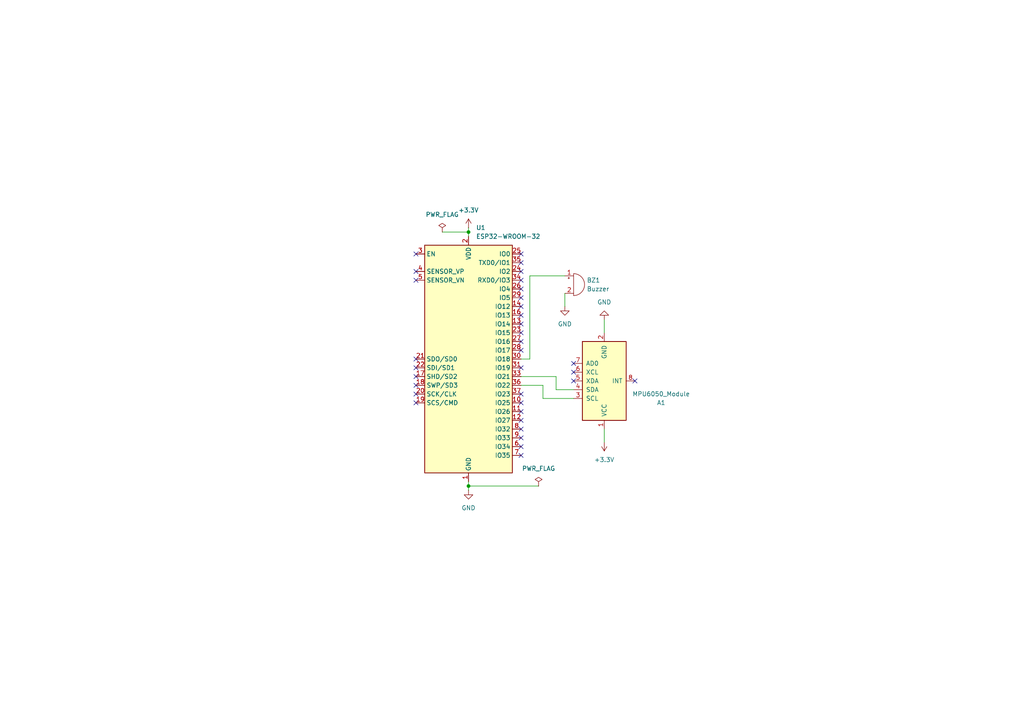
<source format=kicad_sch>
(kicad_sch
	(version 20231120)
	(generator "eeschema")
	(generator_version "8.0")
	(uuid "74573073-f1d8-47eb-abbc-a47a93b8539e")
	(paper "A4")
	(lib_symbols
		(symbol "Charleslabs_Parts:MPU6050_Module"
			(pin_names
				(offset 1.016)
			)
			(exclude_from_sim no)
			(in_bom yes)
			(on_board yes)
			(property "Reference" "A"
				(at -5.08 12.7 0)
				(effects
					(font
						(size 1.27 1.27)
					)
				)
			)
			(property "Value" "MPU6050_Module"
				(at 8.89 12.7 0)
				(effects
					(font
						(size 1.27 1.27)
					)
				)
			)
			(property "Footprint" "Charleslabs_Parts:MPU6050_Module"
				(at 24.13 10.16 0)
				(effects
					(font
						(size 1.27 1.27)
					)
					(hide yes)
				)
			)
			(property "Datasheet" ""
				(at -6.35 11.43 0)
				(effects
					(font
						(size 1.27 1.27)
					)
					(hide yes)
				)
			)
			(property "Description" ""
				(at 0 0 0)
				(effects
					(font
						(size 1.27 1.27)
					)
					(hide yes)
				)
			)
			(symbol "MPU6050_Module_0_1"
				(rectangle
					(start -6.35 11.43)
					(end 6.35 -11.43)
					(stroke
						(width 0.254)
						(type solid)
					)
					(fill
						(type background)
					)
				)
			)
			(symbol "MPU6050_Module_1_1"
				(pin power_in line
					(at 0 13.97 270)
					(length 2.54)
					(name "VCC"
						(effects
							(font
								(size 1.27 1.27)
							)
						)
					)
					(number "1"
						(effects
							(font
								(size 1.27 1.27)
							)
						)
					)
				)
				(pin power_in line
					(at 0 -13.97 90)
					(length 2.54)
					(name "GND"
						(effects
							(font
								(size 1.27 1.27)
							)
						)
					)
					(number "2"
						(effects
							(font
								(size 1.27 1.27)
							)
						)
					)
				)
				(pin input line
					(at -8.89 5.08 0)
					(length 2.54)
					(name "SCL"
						(effects
							(font
								(size 1.27 1.27)
							)
						)
					)
					(number "3"
						(effects
							(font
								(size 1.27 1.27)
							)
						)
					)
				)
				(pin input line
					(at -8.89 2.54 0)
					(length 2.54)
					(name "SDA"
						(effects
							(font
								(size 1.27 1.27)
							)
						)
					)
					(number "4"
						(effects
							(font
								(size 1.27 1.27)
							)
						)
					)
				)
				(pin input line
					(at -8.89 0 0)
					(length 2.54)
					(name "XDA"
						(effects
							(font
								(size 1.27 1.27)
							)
						)
					)
					(number "5"
						(effects
							(font
								(size 1.27 1.27)
							)
						)
					)
				)
				(pin input line
					(at -8.89 -2.54 0)
					(length 2.54)
					(name "XCL"
						(effects
							(font
								(size 1.27 1.27)
							)
						)
					)
					(number "6"
						(effects
							(font
								(size 1.27 1.27)
							)
						)
					)
				)
				(pin input line
					(at -8.89 -5.08 0)
					(length 2.54)
					(name "AD0"
						(effects
							(font
								(size 1.27 1.27)
							)
						)
					)
					(number "7"
						(effects
							(font
								(size 1.27 1.27)
							)
						)
					)
				)
				(pin output line
					(at 8.89 0 180)
					(length 2.54)
					(name "INT"
						(effects
							(font
								(size 1.27 1.27)
							)
						)
					)
					(number "8"
						(effects
							(font
								(size 1.27 1.27)
							)
						)
					)
				)
			)
		)
		(symbol "Device:Buzzer"
			(pin_names
				(offset 0.0254) hide)
			(exclude_from_sim no)
			(in_bom yes)
			(on_board yes)
			(property "Reference" "BZ"
				(at 3.81 1.27 0)
				(effects
					(font
						(size 1.27 1.27)
					)
					(justify left)
				)
			)
			(property "Value" "Buzzer"
				(at 3.81 -1.27 0)
				(effects
					(font
						(size 1.27 1.27)
					)
					(justify left)
				)
			)
			(property "Footprint" ""
				(at -0.635 2.54 90)
				(effects
					(font
						(size 1.27 1.27)
					)
					(hide yes)
				)
			)
			(property "Datasheet" "~"
				(at -0.635 2.54 90)
				(effects
					(font
						(size 1.27 1.27)
					)
					(hide yes)
				)
			)
			(property "Description" "Buzzer, polarized"
				(at 0 0 0)
				(effects
					(font
						(size 1.27 1.27)
					)
					(hide yes)
				)
			)
			(property "ki_keywords" "quartz resonator ceramic"
				(at 0 0 0)
				(effects
					(font
						(size 1.27 1.27)
					)
					(hide yes)
				)
			)
			(property "ki_fp_filters" "*Buzzer*"
				(at 0 0 0)
				(effects
					(font
						(size 1.27 1.27)
					)
					(hide yes)
				)
			)
			(symbol "Buzzer_0_1"
				(arc
					(start 0 -3.175)
					(mid 3.1612 0)
					(end 0 3.175)
					(stroke
						(width 0)
						(type default)
					)
					(fill
						(type none)
					)
				)
				(polyline
					(pts
						(xy -1.651 1.905) (xy -1.143 1.905)
					)
					(stroke
						(width 0)
						(type default)
					)
					(fill
						(type none)
					)
				)
				(polyline
					(pts
						(xy -1.397 2.159) (xy -1.397 1.651)
					)
					(stroke
						(width 0)
						(type default)
					)
					(fill
						(type none)
					)
				)
				(polyline
					(pts
						(xy 0 3.175) (xy 0 -3.175)
					)
					(stroke
						(width 0)
						(type default)
					)
					(fill
						(type none)
					)
				)
			)
			(symbol "Buzzer_1_1"
				(pin passive line
					(at -2.54 2.54 0)
					(length 2.54)
					(name "+"
						(effects
							(font
								(size 1.27 1.27)
							)
						)
					)
					(number "1"
						(effects
							(font
								(size 1.27 1.27)
							)
						)
					)
				)
				(pin passive line
					(at -2.54 -2.54 0)
					(length 2.54)
					(name "-"
						(effects
							(font
								(size 1.27 1.27)
							)
						)
					)
					(number "2"
						(effects
							(font
								(size 1.27 1.27)
							)
						)
					)
				)
			)
		)
		(symbol "RF_Module:ESP32-WROOM-32"
			(exclude_from_sim no)
			(in_bom yes)
			(on_board yes)
			(property "Reference" "U"
				(at -12.7 34.29 0)
				(effects
					(font
						(size 1.27 1.27)
					)
					(justify left)
				)
			)
			(property "Value" "ESP32-WROOM-32"
				(at 1.27 34.29 0)
				(effects
					(font
						(size 1.27 1.27)
					)
					(justify left)
				)
			)
			(property "Footprint" "RF_Module:ESP32-WROOM-32"
				(at 0 -38.1 0)
				(effects
					(font
						(size 1.27 1.27)
					)
					(hide yes)
				)
			)
			(property "Datasheet" "https://www.espressif.com/sites/default/files/documentation/esp32-wroom-32_datasheet_en.pdf"
				(at -7.62 1.27 0)
				(effects
					(font
						(size 1.27 1.27)
					)
					(hide yes)
				)
			)
			(property "Description" "RF Module, ESP32-D0WDQ6 SoC, Wi-Fi 802.11b/g/n, Bluetooth, BLE, 32-bit, 2.7-3.6V, onboard antenna, SMD"
				(at 0 0 0)
				(effects
					(font
						(size 1.27 1.27)
					)
					(hide yes)
				)
			)
			(property "ki_keywords" "RF Radio BT ESP ESP32 Espressif onboard PCB antenna"
				(at 0 0 0)
				(effects
					(font
						(size 1.27 1.27)
					)
					(hide yes)
				)
			)
			(property "ki_fp_filters" "ESP32?WROOM?32*"
				(at 0 0 0)
				(effects
					(font
						(size 1.27 1.27)
					)
					(hide yes)
				)
			)
			(symbol "ESP32-WROOM-32_0_1"
				(rectangle
					(start -12.7 33.02)
					(end 12.7 -33.02)
					(stroke
						(width 0.254)
						(type default)
					)
					(fill
						(type background)
					)
				)
			)
			(symbol "ESP32-WROOM-32_1_1"
				(pin power_in line
					(at 0 -35.56 90)
					(length 2.54)
					(name "GND"
						(effects
							(font
								(size 1.27 1.27)
							)
						)
					)
					(number "1"
						(effects
							(font
								(size 1.27 1.27)
							)
						)
					)
				)
				(pin bidirectional line
					(at 15.24 -12.7 180)
					(length 2.54)
					(name "IO25"
						(effects
							(font
								(size 1.27 1.27)
							)
						)
					)
					(number "10"
						(effects
							(font
								(size 1.27 1.27)
							)
						)
					)
				)
				(pin bidirectional line
					(at 15.24 -15.24 180)
					(length 2.54)
					(name "IO26"
						(effects
							(font
								(size 1.27 1.27)
							)
						)
					)
					(number "11"
						(effects
							(font
								(size 1.27 1.27)
							)
						)
					)
				)
				(pin bidirectional line
					(at 15.24 -17.78 180)
					(length 2.54)
					(name "IO27"
						(effects
							(font
								(size 1.27 1.27)
							)
						)
					)
					(number "12"
						(effects
							(font
								(size 1.27 1.27)
							)
						)
					)
				)
				(pin bidirectional line
					(at 15.24 10.16 180)
					(length 2.54)
					(name "IO14"
						(effects
							(font
								(size 1.27 1.27)
							)
						)
					)
					(number "13"
						(effects
							(font
								(size 1.27 1.27)
							)
						)
					)
				)
				(pin bidirectional line
					(at 15.24 15.24 180)
					(length 2.54)
					(name "IO12"
						(effects
							(font
								(size 1.27 1.27)
							)
						)
					)
					(number "14"
						(effects
							(font
								(size 1.27 1.27)
							)
						)
					)
				)
				(pin passive line
					(at 0 -35.56 90)
					(length 2.54) hide
					(name "GND"
						(effects
							(font
								(size 1.27 1.27)
							)
						)
					)
					(number "15"
						(effects
							(font
								(size 1.27 1.27)
							)
						)
					)
				)
				(pin bidirectional line
					(at 15.24 12.7 180)
					(length 2.54)
					(name "IO13"
						(effects
							(font
								(size 1.27 1.27)
							)
						)
					)
					(number "16"
						(effects
							(font
								(size 1.27 1.27)
							)
						)
					)
				)
				(pin bidirectional line
					(at -15.24 -5.08 0)
					(length 2.54)
					(name "SHD/SD2"
						(effects
							(font
								(size 1.27 1.27)
							)
						)
					)
					(number "17"
						(effects
							(font
								(size 1.27 1.27)
							)
						)
					)
				)
				(pin bidirectional line
					(at -15.24 -7.62 0)
					(length 2.54)
					(name "SWP/SD3"
						(effects
							(font
								(size 1.27 1.27)
							)
						)
					)
					(number "18"
						(effects
							(font
								(size 1.27 1.27)
							)
						)
					)
				)
				(pin bidirectional line
					(at -15.24 -12.7 0)
					(length 2.54)
					(name "SCS/CMD"
						(effects
							(font
								(size 1.27 1.27)
							)
						)
					)
					(number "19"
						(effects
							(font
								(size 1.27 1.27)
							)
						)
					)
				)
				(pin power_in line
					(at 0 35.56 270)
					(length 2.54)
					(name "VDD"
						(effects
							(font
								(size 1.27 1.27)
							)
						)
					)
					(number "2"
						(effects
							(font
								(size 1.27 1.27)
							)
						)
					)
				)
				(pin bidirectional line
					(at -15.24 -10.16 0)
					(length 2.54)
					(name "SCK/CLK"
						(effects
							(font
								(size 1.27 1.27)
							)
						)
					)
					(number "20"
						(effects
							(font
								(size 1.27 1.27)
							)
						)
					)
				)
				(pin bidirectional line
					(at -15.24 0 0)
					(length 2.54)
					(name "SDO/SD0"
						(effects
							(font
								(size 1.27 1.27)
							)
						)
					)
					(number "21"
						(effects
							(font
								(size 1.27 1.27)
							)
						)
					)
				)
				(pin bidirectional line
					(at -15.24 -2.54 0)
					(length 2.54)
					(name "SDI/SD1"
						(effects
							(font
								(size 1.27 1.27)
							)
						)
					)
					(number "22"
						(effects
							(font
								(size 1.27 1.27)
							)
						)
					)
				)
				(pin bidirectional line
					(at 15.24 7.62 180)
					(length 2.54)
					(name "IO15"
						(effects
							(font
								(size 1.27 1.27)
							)
						)
					)
					(number "23"
						(effects
							(font
								(size 1.27 1.27)
							)
						)
					)
				)
				(pin bidirectional line
					(at 15.24 25.4 180)
					(length 2.54)
					(name "IO2"
						(effects
							(font
								(size 1.27 1.27)
							)
						)
					)
					(number "24"
						(effects
							(font
								(size 1.27 1.27)
							)
						)
					)
				)
				(pin bidirectional line
					(at 15.24 30.48 180)
					(length 2.54)
					(name "IO0"
						(effects
							(font
								(size 1.27 1.27)
							)
						)
					)
					(number "25"
						(effects
							(font
								(size 1.27 1.27)
							)
						)
					)
				)
				(pin bidirectional line
					(at 15.24 20.32 180)
					(length 2.54)
					(name "IO4"
						(effects
							(font
								(size 1.27 1.27)
							)
						)
					)
					(number "26"
						(effects
							(font
								(size 1.27 1.27)
							)
						)
					)
				)
				(pin bidirectional line
					(at 15.24 5.08 180)
					(length 2.54)
					(name "IO16"
						(effects
							(font
								(size 1.27 1.27)
							)
						)
					)
					(number "27"
						(effects
							(font
								(size 1.27 1.27)
							)
						)
					)
				)
				(pin bidirectional line
					(at 15.24 2.54 180)
					(length 2.54)
					(name "IO17"
						(effects
							(font
								(size 1.27 1.27)
							)
						)
					)
					(number "28"
						(effects
							(font
								(size 1.27 1.27)
							)
						)
					)
				)
				(pin bidirectional line
					(at 15.24 17.78 180)
					(length 2.54)
					(name "IO5"
						(effects
							(font
								(size 1.27 1.27)
							)
						)
					)
					(number "29"
						(effects
							(font
								(size 1.27 1.27)
							)
						)
					)
				)
				(pin input line
					(at -15.24 30.48 0)
					(length 2.54)
					(name "EN"
						(effects
							(font
								(size 1.27 1.27)
							)
						)
					)
					(number "3"
						(effects
							(font
								(size 1.27 1.27)
							)
						)
					)
				)
				(pin bidirectional line
					(at 15.24 0 180)
					(length 2.54)
					(name "IO18"
						(effects
							(font
								(size 1.27 1.27)
							)
						)
					)
					(number "30"
						(effects
							(font
								(size 1.27 1.27)
							)
						)
					)
				)
				(pin bidirectional line
					(at 15.24 -2.54 180)
					(length 2.54)
					(name "IO19"
						(effects
							(font
								(size 1.27 1.27)
							)
						)
					)
					(number "31"
						(effects
							(font
								(size 1.27 1.27)
							)
						)
					)
				)
				(pin no_connect line
					(at -12.7 -27.94 0)
					(length 2.54) hide
					(name "NC"
						(effects
							(font
								(size 1.27 1.27)
							)
						)
					)
					(number "32"
						(effects
							(font
								(size 1.27 1.27)
							)
						)
					)
				)
				(pin bidirectional line
					(at 15.24 -5.08 180)
					(length 2.54)
					(name "IO21"
						(effects
							(font
								(size 1.27 1.27)
							)
						)
					)
					(number "33"
						(effects
							(font
								(size 1.27 1.27)
							)
						)
					)
				)
				(pin bidirectional line
					(at 15.24 22.86 180)
					(length 2.54)
					(name "RXD0/IO3"
						(effects
							(font
								(size 1.27 1.27)
							)
						)
					)
					(number "34"
						(effects
							(font
								(size 1.27 1.27)
							)
						)
					)
				)
				(pin bidirectional line
					(at 15.24 27.94 180)
					(length 2.54)
					(name "TXD0/IO1"
						(effects
							(font
								(size 1.27 1.27)
							)
						)
					)
					(number "35"
						(effects
							(font
								(size 1.27 1.27)
							)
						)
					)
				)
				(pin bidirectional line
					(at 15.24 -7.62 180)
					(length 2.54)
					(name "IO22"
						(effects
							(font
								(size 1.27 1.27)
							)
						)
					)
					(number "36"
						(effects
							(font
								(size 1.27 1.27)
							)
						)
					)
				)
				(pin bidirectional line
					(at 15.24 -10.16 180)
					(length 2.54)
					(name "IO23"
						(effects
							(font
								(size 1.27 1.27)
							)
						)
					)
					(number "37"
						(effects
							(font
								(size 1.27 1.27)
							)
						)
					)
				)
				(pin passive line
					(at 0 -35.56 90)
					(length 2.54) hide
					(name "GND"
						(effects
							(font
								(size 1.27 1.27)
							)
						)
					)
					(number "38"
						(effects
							(font
								(size 1.27 1.27)
							)
						)
					)
				)
				(pin passive line
					(at 0 -35.56 90)
					(length 2.54) hide
					(name "GND"
						(effects
							(font
								(size 1.27 1.27)
							)
						)
					)
					(number "39"
						(effects
							(font
								(size 1.27 1.27)
							)
						)
					)
				)
				(pin input line
					(at -15.24 25.4 0)
					(length 2.54)
					(name "SENSOR_VP"
						(effects
							(font
								(size 1.27 1.27)
							)
						)
					)
					(number "4"
						(effects
							(font
								(size 1.27 1.27)
							)
						)
					)
				)
				(pin input line
					(at -15.24 22.86 0)
					(length 2.54)
					(name "SENSOR_VN"
						(effects
							(font
								(size 1.27 1.27)
							)
						)
					)
					(number "5"
						(effects
							(font
								(size 1.27 1.27)
							)
						)
					)
				)
				(pin input line
					(at 15.24 -25.4 180)
					(length 2.54)
					(name "IO34"
						(effects
							(font
								(size 1.27 1.27)
							)
						)
					)
					(number "6"
						(effects
							(font
								(size 1.27 1.27)
							)
						)
					)
				)
				(pin input line
					(at 15.24 -27.94 180)
					(length 2.54)
					(name "IO35"
						(effects
							(font
								(size 1.27 1.27)
							)
						)
					)
					(number "7"
						(effects
							(font
								(size 1.27 1.27)
							)
						)
					)
				)
				(pin bidirectional line
					(at 15.24 -20.32 180)
					(length 2.54)
					(name "IO32"
						(effects
							(font
								(size 1.27 1.27)
							)
						)
					)
					(number "8"
						(effects
							(font
								(size 1.27 1.27)
							)
						)
					)
				)
				(pin bidirectional line
					(at 15.24 -22.86 180)
					(length 2.54)
					(name "IO33"
						(effects
							(font
								(size 1.27 1.27)
							)
						)
					)
					(number "9"
						(effects
							(font
								(size 1.27 1.27)
							)
						)
					)
				)
			)
		)
		(symbol "power:+3.3V"
			(power)
			(pin_numbers hide)
			(pin_names
				(offset 0) hide)
			(exclude_from_sim no)
			(in_bom yes)
			(on_board yes)
			(property "Reference" "#PWR"
				(at 0 -3.81 0)
				(effects
					(font
						(size 1.27 1.27)
					)
					(hide yes)
				)
			)
			(property "Value" "+3.3V"
				(at 0 3.556 0)
				(effects
					(font
						(size 1.27 1.27)
					)
				)
			)
			(property "Footprint" ""
				(at 0 0 0)
				(effects
					(font
						(size 1.27 1.27)
					)
					(hide yes)
				)
			)
			(property "Datasheet" ""
				(at 0 0 0)
				(effects
					(font
						(size 1.27 1.27)
					)
					(hide yes)
				)
			)
			(property "Description" "Power symbol creates a global label with name \"+3.3V\""
				(at 0 0 0)
				(effects
					(font
						(size 1.27 1.27)
					)
					(hide yes)
				)
			)
			(property "ki_keywords" "global power"
				(at 0 0 0)
				(effects
					(font
						(size 1.27 1.27)
					)
					(hide yes)
				)
			)
			(symbol "+3.3V_0_1"
				(polyline
					(pts
						(xy -0.762 1.27) (xy 0 2.54)
					)
					(stroke
						(width 0)
						(type default)
					)
					(fill
						(type none)
					)
				)
				(polyline
					(pts
						(xy 0 0) (xy 0 2.54)
					)
					(stroke
						(width 0)
						(type default)
					)
					(fill
						(type none)
					)
				)
				(polyline
					(pts
						(xy 0 2.54) (xy 0.762 1.27)
					)
					(stroke
						(width 0)
						(type default)
					)
					(fill
						(type none)
					)
				)
			)
			(symbol "+3.3V_1_1"
				(pin power_in line
					(at 0 0 90)
					(length 0)
					(name "~"
						(effects
							(font
								(size 1.27 1.27)
							)
						)
					)
					(number "1"
						(effects
							(font
								(size 1.27 1.27)
							)
						)
					)
				)
			)
		)
		(symbol "power:GND"
			(power)
			(pin_numbers hide)
			(pin_names
				(offset 0) hide)
			(exclude_from_sim no)
			(in_bom yes)
			(on_board yes)
			(property "Reference" "#PWR"
				(at 0 -6.35 0)
				(effects
					(font
						(size 1.27 1.27)
					)
					(hide yes)
				)
			)
			(property "Value" "GND"
				(at 0 -3.81 0)
				(effects
					(font
						(size 1.27 1.27)
					)
				)
			)
			(property "Footprint" ""
				(at 0 0 0)
				(effects
					(font
						(size 1.27 1.27)
					)
					(hide yes)
				)
			)
			(property "Datasheet" ""
				(at 0 0 0)
				(effects
					(font
						(size 1.27 1.27)
					)
					(hide yes)
				)
			)
			(property "Description" "Power symbol creates a global label with name \"GND\" , ground"
				(at 0 0 0)
				(effects
					(font
						(size 1.27 1.27)
					)
					(hide yes)
				)
			)
			(property "ki_keywords" "global power"
				(at 0 0 0)
				(effects
					(font
						(size 1.27 1.27)
					)
					(hide yes)
				)
			)
			(symbol "GND_0_1"
				(polyline
					(pts
						(xy 0 0) (xy 0 -1.27) (xy 1.27 -1.27) (xy 0 -2.54) (xy -1.27 -1.27) (xy 0 -1.27)
					)
					(stroke
						(width 0)
						(type default)
					)
					(fill
						(type none)
					)
				)
			)
			(symbol "GND_1_1"
				(pin power_in line
					(at 0 0 270)
					(length 0)
					(name "~"
						(effects
							(font
								(size 1.27 1.27)
							)
						)
					)
					(number "1"
						(effects
							(font
								(size 1.27 1.27)
							)
						)
					)
				)
			)
		)
		(symbol "power:PWR_FLAG"
			(power)
			(pin_numbers hide)
			(pin_names
				(offset 0) hide)
			(exclude_from_sim no)
			(in_bom yes)
			(on_board yes)
			(property "Reference" "#FLG"
				(at 0 1.905 0)
				(effects
					(font
						(size 1.27 1.27)
					)
					(hide yes)
				)
			)
			(property "Value" "PWR_FLAG"
				(at 0 3.81 0)
				(effects
					(font
						(size 1.27 1.27)
					)
				)
			)
			(property "Footprint" ""
				(at 0 0 0)
				(effects
					(font
						(size 1.27 1.27)
					)
					(hide yes)
				)
			)
			(property "Datasheet" "~"
				(at 0 0 0)
				(effects
					(font
						(size 1.27 1.27)
					)
					(hide yes)
				)
			)
			(property "Description" "Special symbol for telling ERC where power comes from"
				(at 0 0 0)
				(effects
					(font
						(size 1.27 1.27)
					)
					(hide yes)
				)
			)
			(property "ki_keywords" "flag power"
				(at 0 0 0)
				(effects
					(font
						(size 1.27 1.27)
					)
					(hide yes)
				)
			)
			(symbol "PWR_FLAG_0_0"
				(pin power_out line
					(at 0 0 90)
					(length 0)
					(name "~"
						(effects
							(font
								(size 1.27 1.27)
							)
						)
					)
					(number "1"
						(effects
							(font
								(size 1.27 1.27)
							)
						)
					)
				)
			)
			(symbol "PWR_FLAG_0_1"
				(polyline
					(pts
						(xy 0 0) (xy 0 1.27) (xy -1.016 1.905) (xy 0 2.54) (xy 1.016 1.905) (xy 0 1.27)
					)
					(stroke
						(width 0)
						(type default)
					)
					(fill
						(type none)
					)
				)
			)
		)
	)
	(junction
		(at 135.89 67.31)
		(diameter 0)
		(color 0 0 0 0)
		(uuid "7730b7de-e1b1-49af-9b56-759bbca71e50")
	)
	(junction
		(at 135.89 140.97)
		(diameter 0)
		(color 0 0 0 0)
		(uuid "ba65d61a-e982-40f6-b2c0-ae5513d0bbbf")
	)
	(no_connect
		(at 151.13 99.06)
		(uuid "000aec7b-a7b0-467c-ad21-374f12df29e5")
	)
	(no_connect
		(at 151.13 121.92)
		(uuid "00206cad-d78f-4975-ba29-8f74b59bcde0")
	)
	(no_connect
		(at 151.13 119.38)
		(uuid "127c14f0-f674-41a3-ba89-35a8e6b4693a")
	)
	(no_connect
		(at 166.37 110.49)
		(uuid "18d83ba8-bf02-4bc8-9a44-953fb6e77321")
	)
	(no_connect
		(at 151.13 76.2)
		(uuid "2175d57e-fc30-43d7-b9da-7b4382fe8af5")
	)
	(no_connect
		(at 120.65 78.74)
		(uuid "2ddd8613-2881-4dcb-9a53-492cb9f93b05")
	)
	(no_connect
		(at 151.13 106.68)
		(uuid "3ac2f373-6875-4e9e-a814-2f6476e1ab5d")
	)
	(no_connect
		(at 151.13 129.54)
		(uuid "3ae2cbec-83c6-4c85-a586-643dd9c67d9d")
	)
	(no_connect
		(at 120.65 116.84)
		(uuid "57f71470-b3a8-4d47-8803-7ad4fdc0a2a0")
	)
	(no_connect
		(at 151.13 101.6)
		(uuid "5d179d78-6aa1-4c46-b36f-e10f7c367762")
	)
	(no_connect
		(at 151.13 114.3)
		(uuid "5da66233-3b8f-4f4b-9992-4bb778fd920e")
	)
	(no_connect
		(at 151.13 91.44)
		(uuid "5e82e2c7-11e6-4451-86eb-a65e26eba736")
	)
	(no_connect
		(at 151.13 132.08)
		(uuid "63ba001f-2085-4a2c-8421-d1a8f65f8f86")
	)
	(no_connect
		(at 166.37 105.41)
		(uuid "78e450ec-3948-4f43-bd50-fd265ae1a1bf")
	)
	(no_connect
		(at 151.13 96.52)
		(uuid "7e6d04d2-e9dd-4315-9a61-4b1d4784a1ab")
	)
	(no_connect
		(at 120.65 111.76)
		(uuid "828e9044-2a89-4a5b-abc3-0cde4a828827")
	)
	(no_connect
		(at 151.13 86.36)
		(uuid "834af379-12f1-4885-994c-3556849c3436")
	)
	(no_connect
		(at 120.65 104.14)
		(uuid "9223f2d3-703d-4f06-a12f-fe3e851f4151")
	)
	(no_connect
		(at 151.13 116.84)
		(uuid "9fa57a14-3131-47fb-b109-94a74ea93a24")
	)
	(no_connect
		(at 120.65 114.3)
		(uuid "a13bc3f8-6d79-4882-810a-1d9239f952de")
	)
	(no_connect
		(at 166.37 107.95)
		(uuid "a2a16499-2ba5-4ecf-9729-c6867101002c")
	)
	(no_connect
		(at 151.13 73.66)
		(uuid "a53f1294-8cb9-4ca9-a88a-afface1583b5")
	)
	(no_connect
		(at 120.65 73.66)
		(uuid "a5541a1f-3b05-453b-afca-f9ef99b5bd9f")
	)
	(no_connect
		(at 151.13 81.28)
		(uuid "c7d0ed6a-1966-4170-8a94-92d5bc5040c2")
	)
	(no_connect
		(at 120.65 81.28)
		(uuid "cac4a70c-f0a2-413e-ae08-b35bb245103f")
	)
	(no_connect
		(at 151.13 83.82)
		(uuid "d7e28a32-e62a-492a-8284-f21335a1539e")
	)
	(no_connect
		(at 184.15 110.49)
		(uuid "dd5005fc-3f20-4afa-bc3e-1eee7e40bc67")
	)
	(no_connect
		(at 151.13 78.74)
		(uuid "e0a3d7ef-c02c-4ceb-94e7-3aa981a7be17")
	)
	(no_connect
		(at 151.13 124.46)
		(uuid "e7a9dfe6-36c2-4b1f-a180-8f39f58ee5db")
	)
	(no_connect
		(at 151.13 88.9)
		(uuid "e91e2954-12aa-4f8a-805b-e7b120b52eb4")
	)
	(no_connect
		(at 120.65 109.22)
		(uuid "e950c4eb-3fdf-458b-a91e-0cfc87aa8f0f")
	)
	(no_connect
		(at 151.13 127)
		(uuid "e962617e-6011-4531-9125-18761de88ff6")
	)
	(no_connect
		(at 151.13 93.98)
		(uuid "ed57276d-1262-48fb-914d-4923d0eb833d")
	)
	(no_connect
		(at 120.65 106.68)
		(uuid "f7b2f26f-5340-4298-ac30-817ac3ded0fa")
	)
	(wire
		(pts
			(xy 157.48 115.57) (xy 166.37 115.57)
		)
		(stroke
			(width 0)
			(type default)
		)
		(uuid "01dd3914-7bb0-4957-8d5f-b5adb143c971")
	)
	(wire
		(pts
			(xy 161.29 109.22) (xy 151.13 109.22)
		)
		(stroke
			(width 0)
			(type default)
		)
		(uuid "0580f863-ddb1-47c9-bf3a-9b35c78163c8")
	)
	(wire
		(pts
			(xy 153.67 80.01) (xy 153.67 104.14)
		)
		(stroke
			(width 0)
			(type default)
		)
		(uuid "14eb8536-fe56-419d-80c0-9a435e247b28")
	)
	(wire
		(pts
			(xy 135.89 139.7) (xy 135.89 140.97)
		)
		(stroke
			(width 0)
			(type default)
		)
		(uuid "370f6430-0ef2-4def-9ff3-01cb6710755a")
	)
	(wire
		(pts
			(xy 135.89 140.97) (xy 156.21 140.97)
		)
		(stroke
			(width 0)
			(type default)
		)
		(uuid "3851b760-7524-42b3-aaf0-7422381ac206")
	)
	(wire
		(pts
			(xy 175.26 96.52) (xy 175.26 92.71)
		)
		(stroke
			(width 0)
			(type default)
		)
		(uuid "3e9f598d-2a14-4ce1-b03b-baef886c9c95")
	)
	(wire
		(pts
			(xy 163.83 85.09) (xy 163.83 88.9)
		)
		(stroke
			(width 0)
			(type default)
		)
		(uuid "4b1b7249-1854-43bc-8c48-7edf6c0ea4ef")
	)
	(wire
		(pts
			(xy 135.89 67.31) (xy 135.89 68.58)
		)
		(stroke
			(width 0)
			(type default)
		)
		(uuid "545c6bcf-d301-43b7-aa36-b82513a89832")
	)
	(wire
		(pts
			(xy 166.37 113.03) (xy 161.29 113.03)
		)
		(stroke
			(width 0)
			(type default)
		)
		(uuid "58503b7e-3511-4362-8ebf-4af2a21ef59d")
	)
	(wire
		(pts
			(xy 151.13 111.76) (xy 157.48 111.76)
		)
		(stroke
			(width 0)
			(type default)
		)
		(uuid "61c9269c-8091-4aa4-a6a9-10ebfbe882bc")
	)
	(wire
		(pts
			(xy 153.67 80.01) (xy 163.83 80.01)
		)
		(stroke
			(width 0)
			(type default)
		)
		(uuid "64596dd8-086e-44f6-96eb-9e61bbf78e54")
	)
	(wire
		(pts
			(xy 135.89 140.97) (xy 135.89 142.24)
		)
		(stroke
			(width 0)
			(type default)
		)
		(uuid "88413cb8-6773-45b4-aac8-698a9fd628a3")
	)
	(wire
		(pts
			(xy 151.13 104.14) (xy 153.67 104.14)
		)
		(stroke
			(width 0)
			(type default)
		)
		(uuid "a084927c-d8a0-4d52-b431-477335a2c5d9")
	)
	(wire
		(pts
			(xy 157.48 111.76) (xy 157.48 115.57)
		)
		(stroke
			(width 0)
			(type default)
		)
		(uuid "a3567d89-5178-4893-b57a-7b4b3f64532c")
	)
	(wire
		(pts
			(xy 135.89 66.04) (xy 135.89 67.31)
		)
		(stroke
			(width 0)
			(type default)
		)
		(uuid "d6f6c4b2-2a34-4bf1-a240-689e64d47942")
	)
	(wire
		(pts
			(xy 128.27 67.31) (xy 135.89 67.31)
		)
		(stroke
			(width 0)
			(type default)
		)
		(uuid "da6facc3-2e97-4c24-99f7-782f520bbcb3")
	)
	(wire
		(pts
			(xy 175.26 128.27) (xy 175.26 124.46)
		)
		(stroke
			(width 0)
			(type default)
		)
		(uuid "f5f3c0f5-a8ae-49c9-b292-dcc4e02f4ee1")
	)
	(wire
		(pts
			(xy 161.29 113.03) (xy 161.29 109.22)
		)
		(stroke
			(width 0)
			(type default)
		)
		(uuid "f934e8a2-dab0-407e-9e31-89aad60d4f8e")
	)
	(symbol
		(lib_id "power:+3.3V")
		(at 135.89 66.04 0)
		(unit 1)
		(exclude_from_sim no)
		(in_bom yes)
		(on_board yes)
		(dnp no)
		(fields_autoplaced yes)
		(uuid "0467c46d-4f9e-4a56-925b-9e45a683cbf6")
		(property "Reference" "#PWR01"
			(at 135.89 69.85 0)
			(effects
				(font
					(size 1.27 1.27)
				)
				(hide yes)
			)
		)
		(property "Value" "+3.3V"
			(at 135.89 60.96 0)
			(effects
				(font
					(size 1.27 1.27)
				)
			)
		)
		(property "Footprint" ""
			(at 135.89 66.04 0)
			(effects
				(font
					(size 1.27 1.27)
				)
				(hide yes)
			)
		)
		(property "Datasheet" ""
			(at 135.89 66.04 0)
			(effects
				(font
					(size 1.27 1.27)
				)
				(hide yes)
			)
		)
		(property "Description" "Power symbol creates a global label with name \"+3.3V\""
			(at 135.89 66.04 0)
			(effects
				(font
					(size 1.27 1.27)
				)
				(hide yes)
			)
		)
		(pin "1"
			(uuid "80fd22a8-b78c-47f6-b501-d3dd4b1d626d")
		)
		(instances
			(project "esp32"
				(path "/74573073-f1d8-47eb-abbc-a47a93b8539e"
					(reference "#PWR01")
					(unit 1)
				)
			)
		)
	)
	(symbol
		(lib_id "Charleslabs_Parts:MPU6050_Module")
		(at 175.26 110.49 0)
		(mirror x)
		(unit 1)
		(exclude_from_sim no)
		(in_bom yes)
		(on_board yes)
		(dnp no)
		(fields_autoplaced yes)
		(uuid "11e0710c-7fe4-4988-b87d-8e276af31c24")
		(property "Reference" "A1"
			(at 191.77 116.8086 0)
			(effects
				(font
					(size 1.27 1.27)
				)
			)
		)
		(property "Value" "MPU6050_Module"
			(at 191.77 114.2686 0)
			(effects
				(font
					(size 1.27 1.27)
				)
			)
		)
		(property "Footprint" "Charleslabs_Parts:MPU6050_Module"
			(at 199.39 120.65 0)
			(effects
				(font
					(size 1.27 1.27)
				)
				(hide yes)
			)
		)
		(property "Datasheet" ""
			(at 168.91 121.92 0)
			(effects
				(font
					(size 1.27 1.27)
				)
				(hide yes)
			)
		)
		(property "Description" ""
			(at 175.26 110.49 0)
			(effects
				(font
					(size 1.27 1.27)
				)
				(hide yes)
			)
		)
		(pin "4"
			(uuid "91dcb91b-3b77-4e6e-9e6d-136a9c231da3")
		)
		(pin "5"
			(uuid "17899840-6586-404e-a59b-218b0b46f707")
		)
		(pin "6"
			(uuid "959ab61c-3e34-4d61-8fdd-dd3ca5a34ff1")
		)
		(pin "8"
			(uuid "b978cd97-31e5-499b-9402-e01275cb4570")
		)
		(pin "1"
			(uuid "48352449-05b3-43c4-9225-3cee4fa991d3")
		)
		(pin "2"
			(uuid "68ea8e26-670d-42ae-b5b0-850c95800575")
		)
		(pin "3"
			(uuid "7cb627a2-53f4-4cd6-a69e-bb40d35f67e8")
		)
		(pin "7"
			(uuid "387a13b7-fff5-4361-99f9-b786336932a9")
		)
		(instances
			(project "esp32"
				(path "/74573073-f1d8-47eb-abbc-a47a93b8539e"
					(reference "A1")
					(unit 1)
				)
			)
		)
	)
	(symbol
		(lib_id "Device:Buzzer")
		(at 166.37 82.55 0)
		(unit 1)
		(exclude_from_sim no)
		(in_bom yes)
		(on_board yes)
		(dnp no)
		(fields_autoplaced yes)
		(uuid "1733d87e-29c5-4b48-bb24-c5f03cb81d40")
		(property "Reference" "BZ1"
			(at 170.18 81.2799 0)
			(effects
				(font
					(size 1.27 1.27)
				)
				(justify left)
			)
		)
		(property "Value" "Buzzer"
			(at 170.18 83.8199 0)
			(effects
				(font
					(size 1.27 1.27)
				)
				(justify left)
			)
		)
		(property "Footprint" "Buzzer_Beeper:Buzzer_12x9.5RM7.6"
			(at 165.735 80.01 90)
			(effects
				(font
					(size 1.27 1.27)
				)
				(hide yes)
			)
		)
		(property "Datasheet" "~"
			(at 165.735 80.01 90)
			(effects
				(font
					(size 1.27 1.27)
				)
				(hide yes)
			)
		)
		(property "Description" "Buzzer, polarized"
			(at 166.37 82.55 0)
			(effects
				(font
					(size 1.27 1.27)
				)
				(hide yes)
			)
		)
		(pin "2"
			(uuid "9bb4f07a-b956-47d0-83c4-6136309c2fd5")
		)
		(pin "1"
			(uuid "1cfef38c-d599-43d3-aee6-dd074f113b0a")
		)
		(instances
			(project "esp32"
				(path "/74573073-f1d8-47eb-abbc-a47a93b8539e"
					(reference "BZ1")
					(unit 1)
				)
			)
		)
	)
	(symbol
		(lib_id "power:PWR_FLAG")
		(at 128.27 67.31 0)
		(unit 1)
		(exclude_from_sim no)
		(in_bom yes)
		(on_board yes)
		(dnp no)
		(fields_autoplaced yes)
		(uuid "23ba4ed0-ee4c-4362-a3d3-e81a9360a931")
		(property "Reference" "#FLG01"
			(at 128.27 65.405 0)
			(effects
				(font
					(size 1.27 1.27)
				)
				(hide yes)
			)
		)
		(property "Value" "PWR_FLAG"
			(at 128.27 62.23 0)
			(effects
				(font
					(size 1.27 1.27)
				)
			)
		)
		(property "Footprint" ""
			(at 128.27 67.31 0)
			(effects
				(font
					(size 1.27 1.27)
				)
				(hide yes)
			)
		)
		(property "Datasheet" "~"
			(at 128.27 67.31 0)
			(effects
				(font
					(size 1.27 1.27)
				)
				(hide yes)
			)
		)
		(property "Description" "Special symbol for telling ERC where power comes from"
			(at 128.27 67.31 0)
			(effects
				(font
					(size 1.27 1.27)
				)
				(hide yes)
			)
		)
		(pin "1"
			(uuid "56bc411c-31bd-4a54-9e80-418a0619b11e")
		)
		(instances
			(project "esp32"
				(path "/74573073-f1d8-47eb-abbc-a47a93b8539e"
					(reference "#FLG01")
					(unit 1)
				)
			)
		)
	)
	(symbol
		(lib_id "power:PWR_FLAG")
		(at 156.21 140.97 0)
		(unit 1)
		(exclude_from_sim no)
		(in_bom yes)
		(on_board yes)
		(dnp no)
		(fields_autoplaced yes)
		(uuid "2bc27711-7c45-41a2-832e-be37aa933168")
		(property "Reference" "#FLG02"
			(at 156.21 139.065 0)
			(effects
				(font
					(size 1.27 1.27)
				)
				(hide yes)
			)
		)
		(property "Value" "PWR_FLAG"
			(at 156.21 135.89 0)
			(effects
				(font
					(size 1.27 1.27)
				)
			)
		)
		(property "Footprint" ""
			(at 156.21 140.97 0)
			(effects
				(font
					(size 1.27 1.27)
				)
				(hide yes)
			)
		)
		(property "Datasheet" "~"
			(at 156.21 140.97 0)
			(effects
				(font
					(size 1.27 1.27)
				)
				(hide yes)
			)
		)
		(property "Description" "Special symbol for telling ERC where power comes from"
			(at 156.21 140.97 0)
			(effects
				(font
					(size 1.27 1.27)
				)
				(hide yes)
			)
		)
		(pin "1"
			(uuid "151c4e0e-5a37-4067-bd74-56a8efebbf7a")
		)
		(instances
			(project "esp32"
				(path "/74573073-f1d8-47eb-abbc-a47a93b8539e"
					(reference "#FLG02")
					(unit 1)
				)
			)
		)
	)
	(symbol
		(lib_id "power:+3.3V")
		(at 175.26 128.27 0)
		(mirror x)
		(unit 1)
		(exclude_from_sim no)
		(in_bom yes)
		(on_board yes)
		(dnp no)
		(fields_autoplaced yes)
		(uuid "57371972-ed09-4fcc-8b30-cbd13d789b41")
		(property "Reference" "#PWR04"
			(at 175.26 124.46 0)
			(effects
				(font
					(size 1.27 1.27)
				)
				(hide yes)
			)
		)
		(property "Value" "+3.3V"
			(at 175.26 133.35 0)
			(effects
				(font
					(size 1.27 1.27)
				)
			)
		)
		(property "Footprint" ""
			(at 175.26 128.27 0)
			(effects
				(font
					(size 1.27 1.27)
				)
				(hide yes)
			)
		)
		(property "Datasheet" ""
			(at 175.26 128.27 0)
			(effects
				(font
					(size 1.27 1.27)
				)
				(hide yes)
			)
		)
		(property "Description" "Power symbol creates a global label with name \"+3.3V\""
			(at 175.26 128.27 0)
			(effects
				(font
					(size 1.27 1.27)
				)
				(hide yes)
			)
		)
		(pin "1"
			(uuid "b1037a83-8483-408d-b5e8-3d1c04d288a2")
		)
		(instances
			(project "esp32"
				(path "/74573073-f1d8-47eb-abbc-a47a93b8539e"
					(reference "#PWR04")
					(unit 1)
				)
			)
		)
	)
	(symbol
		(lib_id "power:GND")
		(at 163.83 88.9 0)
		(unit 1)
		(exclude_from_sim no)
		(in_bom yes)
		(on_board yes)
		(dnp no)
		(fields_autoplaced yes)
		(uuid "84f0c8ef-4e23-47be-bbd1-eee2c9cd4b90")
		(property "Reference" "#PWR03"
			(at 163.83 95.25 0)
			(effects
				(font
					(size 1.27 1.27)
				)
				(hide yes)
			)
		)
		(property "Value" "GND"
			(at 163.83 93.98 0)
			(effects
				(font
					(size 1.27 1.27)
				)
			)
		)
		(property "Footprint" ""
			(at 163.83 88.9 0)
			(effects
				(font
					(size 1.27 1.27)
				)
				(hide yes)
			)
		)
		(property "Datasheet" ""
			(at 163.83 88.9 0)
			(effects
				(font
					(size 1.27 1.27)
				)
				(hide yes)
			)
		)
		(property "Description" "Power symbol creates a global label with name \"GND\" , ground"
			(at 163.83 88.9 0)
			(effects
				(font
					(size 1.27 1.27)
				)
				(hide yes)
			)
		)
		(pin "1"
			(uuid "d4ef1df5-4b68-47ab-82d3-a5ba2672f371")
		)
		(instances
			(project "esp32"
				(path "/74573073-f1d8-47eb-abbc-a47a93b8539e"
					(reference "#PWR03")
					(unit 1)
				)
			)
		)
	)
	(symbol
		(lib_id "power:GND")
		(at 135.89 142.24 0)
		(unit 1)
		(exclude_from_sim no)
		(in_bom yes)
		(on_board yes)
		(dnp no)
		(fields_autoplaced yes)
		(uuid "ae50722e-b976-419a-9fab-762284ea9e4c")
		(property "Reference" "#PWR02"
			(at 135.89 148.59 0)
			(effects
				(font
					(size 1.27 1.27)
				)
				(hide yes)
			)
		)
		(property "Value" "GND"
			(at 135.89 147.32 0)
			(effects
				(font
					(size 1.27 1.27)
				)
			)
		)
		(property "Footprint" ""
			(at 135.89 142.24 0)
			(effects
				(font
					(size 1.27 1.27)
				)
				(hide yes)
			)
		)
		(property "Datasheet" ""
			(at 135.89 142.24 0)
			(effects
				(font
					(size 1.27 1.27)
				)
				(hide yes)
			)
		)
		(property "Description" "Power symbol creates a global label with name \"GND\" , ground"
			(at 135.89 142.24 0)
			(effects
				(font
					(size 1.27 1.27)
				)
				(hide yes)
			)
		)
		(pin "1"
			(uuid "a9444823-712a-4feb-aa27-4d873f720f24")
		)
		(instances
			(project "esp32"
				(path "/74573073-f1d8-47eb-abbc-a47a93b8539e"
					(reference "#PWR02")
					(unit 1)
				)
			)
		)
	)
	(symbol
		(lib_id "power:GND")
		(at 175.26 92.71 0)
		(mirror x)
		(unit 1)
		(exclude_from_sim no)
		(in_bom yes)
		(on_board yes)
		(dnp no)
		(fields_autoplaced yes)
		(uuid "e7a5ef3a-4ea6-42bd-b76e-99e632f31111")
		(property "Reference" "#PWR05"
			(at 175.26 86.36 0)
			(effects
				(font
					(size 1.27 1.27)
				)
				(hide yes)
			)
		)
		(property "Value" "GND"
			(at 175.26 87.63 0)
			(effects
				(font
					(size 1.27 1.27)
				)
			)
		)
		(property "Footprint" ""
			(at 175.26 92.71 0)
			(effects
				(font
					(size 1.27 1.27)
				)
				(hide yes)
			)
		)
		(property "Datasheet" ""
			(at 175.26 92.71 0)
			(effects
				(font
					(size 1.27 1.27)
				)
				(hide yes)
			)
		)
		(property "Description" "Power symbol creates a global label with name \"GND\" , ground"
			(at 175.26 92.71 0)
			(effects
				(font
					(size 1.27 1.27)
				)
				(hide yes)
			)
		)
		(pin "1"
			(uuid "2a99ebad-c984-49f4-a692-e5e4a3dfea63")
		)
		(instances
			(project "esp32"
				(path "/74573073-f1d8-47eb-abbc-a47a93b8539e"
					(reference "#PWR05")
					(unit 1)
				)
			)
		)
	)
	(symbol
		(lib_id "RF_Module:ESP32-WROOM-32")
		(at 135.89 104.14 0)
		(unit 1)
		(exclude_from_sim no)
		(in_bom yes)
		(on_board yes)
		(dnp no)
		(fields_autoplaced yes)
		(uuid "e9361fee-71cb-4dc9-b0a6-f63edcff8850")
		(property "Reference" "U1"
			(at 138.0841 66.04 0)
			(effects
				(font
					(size 1.27 1.27)
				)
				(justify left)
			)
		)
		(property "Value" "ESP32-WROOM-32"
			(at 138.0841 68.58 0)
			(effects
				(font
					(size 1.27 1.27)
				)
				(justify left)
			)
		)
		(property "Footprint" "RF_Module:ESP32-WROOM-32"
			(at 135.89 142.24 0)
			(effects
				(font
					(size 1.27 1.27)
				)
				(hide yes)
			)
		)
		(property "Datasheet" "https://www.espressif.com/sites/default/files/documentation/esp32-wroom-32_datasheet_en.pdf"
			(at 128.27 102.87 0)
			(effects
				(font
					(size 1.27 1.27)
				)
				(hide yes)
			)
		)
		(property "Description" "RF Module, ESP32-D0WDQ6 SoC, Wi-Fi 802.11b/g/n, Bluetooth, BLE, 32-bit, 2.7-3.6V, onboard antenna, SMD"
			(at 135.89 104.14 0)
			(effects
				(font
					(size 1.27 1.27)
				)
				(hide yes)
			)
		)
		(pin "31"
			(uuid "a76f6a0d-bab4-442a-afcb-69562f5a1ce0")
		)
		(pin "7"
			(uuid "7bb5dc5b-0e76-4c6c-9f52-f5d478634e8e")
		)
		(pin "6"
			(uuid "0ce515c8-d75a-41fc-978d-383227301344")
		)
		(pin "14"
			(uuid "6a3e5a38-987e-4949-b9e0-5bf8b364bdf9")
		)
		(pin "1"
			(uuid "db5c70f7-b171-4f37-ab22-a0830cf92c01")
		)
		(pin "16"
			(uuid "b146c275-e52e-4baf-a0e5-6f0efbf86908")
		)
		(pin "21"
			(uuid "9c0629ed-fa95-443a-8fcd-8793462cc740")
		)
		(pin "27"
			(uuid "a0ce67f6-6dd3-4cea-9171-fe3da1851b5f")
		)
		(pin "36"
			(uuid "aa3ed838-d8ca-464d-9c54-9eefe10455f5")
		)
		(pin "17"
			(uuid "8390545c-67be-48d4-89e8-3ec35a2ae5ce")
		)
		(pin "20"
			(uuid "8f3d0bf4-11ed-4809-9d90-798cc382e979")
		)
		(pin "10"
			(uuid "f998c01d-e1f2-434b-b591-5971e6042173")
		)
		(pin "25"
			(uuid "fe1ea6ef-245a-4e97-8f81-8bc655537abe")
		)
		(pin "28"
			(uuid "b35824da-1f67-4e66-b15c-4daf9491d522")
		)
		(pin "22"
			(uuid "10f215af-3e5a-484a-963b-8b1f856fecf6")
		)
		(pin "23"
			(uuid "bcae570f-4ff1-4475-b1d7-34ae78fdf4c3")
		)
		(pin "34"
			(uuid "fd572b6f-1774-4a18-8c75-e65da71ab4e5")
		)
		(pin "5"
			(uuid "7b70700f-9f2d-47d0-b7f7-c8c12a235bcf")
		)
		(pin "33"
			(uuid "8c48af5a-41bf-4e15-abd0-745dec35f9a7")
		)
		(pin "35"
			(uuid "335cce0c-32bc-40be-9423-042b7c2104ba")
		)
		(pin "24"
			(uuid "df3e1188-7613-4642-a522-60d1fd745950")
		)
		(pin "15"
			(uuid "50223684-764c-4d1e-b401-ea8dc5d848cb")
		)
		(pin "19"
			(uuid "78656df1-10ed-47c4-806e-c9d44421a4e8")
		)
		(pin "37"
			(uuid "94d8235b-f8f5-4b76-9c1f-b2a53fbe73c4")
		)
		(pin "8"
			(uuid "a7c1b57d-dc1d-4755-b46b-7e1ac80a5cb5")
		)
		(pin "18"
			(uuid "957921b7-c12f-484f-a017-a36e29fbd998")
		)
		(pin "26"
			(uuid "91386a45-391b-4e34-8105-8e7f9cecb025")
		)
		(pin "13"
			(uuid "e4fe9028-2530-4374-af57-39fd322b0955")
		)
		(pin "12"
			(uuid "a9fe8b67-0843-4ab3-8dda-359293406bea")
		)
		(pin "30"
			(uuid "0b847708-0eaf-4b4d-beb2-94f2e7b46dff")
		)
		(pin "29"
			(uuid "7b705ced-d8f9-47ca-9f3b-8dc15127ca2d")
		)
		(pin "11"
			(uuid "30a4d191-04c5-47d6-8bd2-2a04b98e08c6")
		)
		(pin "2"
			(uuid "0b64f018-952e-480c-80ad-9f3c1d18a617")
		)
		(pin "3"
			(uuid "e0ff5640-5b81-4d08-84f0-67c26076a5a7")
		)
		(pin "32"
			(uuid "f35457b3-88c8-4620-acb5-8dd54d5c36bf")
		)
		(pin "38"
			(uuid "af6cb485-0a7c-419c-a1b9-06caf8974726")
		)
		(pin "39"
			(uuid "0965d5bc-8c36-4c2f-b9f8-eee7823283cc")
		)
		(pin "4"
			(uuid "5272f045-467d-4697-9325-6d6651139cc7")
		)
		(pin "9"
			(uuid "979c6446-0b04-4163-a133-6508a9e70c2d")
		)
		(instances
			(project "esp32"
				(path "/74573073-f1d8-47eb-abbc-a47a93b8539e"
					(reference "U1")
					(unit 1)
				)
			)
		)
	)
	(sheet_instances
		(path "/"
			(page "1")
		)
	)
)

</source>
